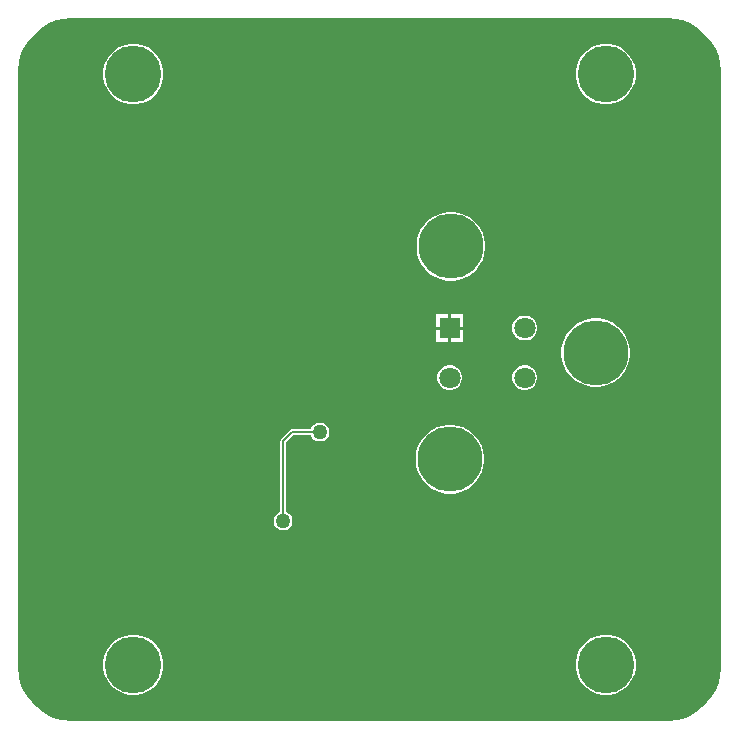
<source format=gbl>
G04*
G04 #@! TF.GenerationSoftware,Altium Limited,Altium Designer,24.2.2 (26)*
G04*
G04 Layer_Physical_Order=2*
G04 Layer_Color=16711680*
%FSLAX25Y25*%
%MOIN*%
G70*
G04*
G04 #@! TF.SameCoordinates,FC8948EB-AED8-47B0-A6AC-AC1B72ED221E*
G04*
G04*
G04 #@! TF.FilePolarity,Positive*
G04*
G01*
G75*
%ADD46C,0.00600*%
%ADD56C,0.21654*%
%ADD57C,0.07087*%
%ADD58R,0.07087X0.07087*%
%ADD59C,0.18898*%
%ADD60C,0.05000*%
G36*
X220227Y235095D02*
X222618Y234454D01*
X224905Y233507D01*
X227048Y232269D01*
X229012Y230762D01*
X230762Y229012D01*
X232269Y227048D01*
X233507Y224905D01*
X234454Y222618D01*
X235095Y220227D01*
X235418Y217773D01*
Y216535D01*
Y19685D01*
Y18447D01*
X235095Y15993D01*
X234454Y13602D01*
X233507Y11316D01*
X232269Y9172D01*
X230762Y7208D01*
X229012Y5458D01*
X227048Y3951D01*
X224905Y2714D01*
X222618Y1767D01*
X220227Y1126D01*
X217773Y803D01*
X18447D01*
X15993Y1126D01*
X13602Y1767D01*
X11316Y2714D01*
X9172Y3951D01*
X7208Y5458D01*
X5458Y7208D01*
X3951Y9172D01*
X2714Y11316D01*
X1767Y13602D01*
X1126Y15993D01*
X803Y18447D01*
Y19685D01*
Y216535D01*
Y217773D01*
X1126Y220227D01*
X1767Y222618D01*
X2714Y224905D01*
X3951Y227048D01*
X5458Y229012D01*
X7208Y230762D01*
X9172Y232269D01*
X11316Y233507D01*
X13602Y234454D01*
X15993Y235095D01*
X18447Y235418D01*
X217773D01*
X220227Y235095D01*
D02*
G37*
%LPC*%
G36*
X197840Y226584D02*
X195861D01*
X193919Y226198D01*
X192090Y225441D01*
X190445Y224341D01*
X189045Y222941D01*
X187945Y221295D01*
X187188Y219467D01*
X186802Y217525D01*
Y215546D01*
X187188Y213604D01*
X187945Y211775D01*
X189045Y210130D01*
X190445Y208730D01*
X192090Y207630D01*
X193919Y206873D01*
X195861Y206487D01*
X197840D01*
X199782Y206873D01*
X201610Y207630D01*
X203256Y208730D01*
X204656Y210130D01*
X205755Y211775D01*
X206513Y213604D01*
X206899Y215546D01*
Y217525D01*
X206513Y219467D01*
X205755Y221295D01*
X204656Y222941D01*
X203256Y224341D01*
X201610Y225441D01*
X199782Y226198D01*
X197840Y226584D01*
D02*
G37*
G36*
X40360D02*
X38380D01*
X36439Y226198D01*
X34610Y225441D01*
X32964Y224341D01*
X31565Y222941D01*
X30465Y221295D01*
X29707Y219467D01*
X29321Y217525D01*
Y215546D01*
X29707Y213604D01*
X30465Y211775D01*
X31565Y210130D01*
X32964Y208730D01*
X34610Y207630D01*
X36439Y206873D01*
X38380Y206487D01*
X40360D01*
X42301Y206873D01*
X44130Y207630D01*
X45776Y208730D01*
X47175Y210130D01*
X48275Y211775D01*
X49033Y213604D01*
X49419Y215546D01*
Y217525D01*
X49033Y219467D01*
X48275Y221295D01*
X47175Y222941D01*
X45776Y224341D01*
X44130Y225441D01*
X42301Y226198D01*
X40360Y226584D01*
D02*
G37*
G36*
X146096Y170561D02*
X144298D01*
X142521Y170279D01*
X140811Y169723D01*
X139208Y168907D01*
X137753Y167850D01*
X136481Y166578D01*
X135424Y165123D01*
X134607Y163520D01*
X134051Y161810D01*
X133770Y160033D01*
Y158235D01*
X134051Y156458D01*
X134607Y154747D01*
X135424Y153145D01*
X136481Y151690D01*
X137753Y150418D01*
X139208Y149361D01*
X140811Y148544D01*
X142521Y147988D01*
X144298Y147707D01*
X146096D01*
X147873Y147988D01*
X149583Y148544D01*
X151186Y149361D01*
X152641Y150418D01*
X153913Y151690D01*
X154970Y153145D01*
X155786Y154747D01*
X156342Y156458D01*
X156624Y158235D01*
Y160033D01*
X156342Y161810D01*
X155786Y163520D01*
X154970Y165123D01*
X153913Y166578D01*
X152641Y167850D01*
X151186Y168907D01*
X149583Y169723D01*
X147873Y170279D01*
X146096Y170561D01*
D02*
G37*
G36*
X149425Y136472D02*
X145382D01*
Y132429D01*
X149425D01*
Y136472D01*
D02*
G37*
G36*
X144382D02*
X140339D01*
Y132429D01*
X144382D01*
Y136472D01*
D02*
G37*
G36*
X170427Y136072D02*
X169336D01*
X168283Y135790D01*
X167338Y135245D01*
X166566Y134473D01*
X166021Y133528D01*
X165739Y132475D01*
Y131384D01*
X166021Y130330D01*
X166566Y129385D01*
X167338Y128614D01*
X168283Y128068D01*
X169336Y127786D01*
X170427D01*
X171481Y128068D01*
X172426Y128614D01*
X173197Y129385D01*
X173743Y130330D01*
X174025Y131384D01*
Y132475D01*
X173743Y133528D01*
X173197Y134473D01*
X172426Y135245D01*
X171481Y135790D01*
X170427Y136072D01*
D02*
G37*
G36*
X149425Y131429D02*
X145382D01*
Y127386D01*
X149425D01*
Y131429D01*
D02*
G37*
G36*
X144382D02*
X140339D01*
Y127386D01*
X144382D01*
Y131429D01*
D02*
G37*
G36*
X194403Y135128D02*
X192605D01*
X190828Y134846D01*
X189118Y134290D01*
X187515Y133474D01*
X186060Y132417D01*
X184788Y131145D01*
X183731Y129690D01*
X182914Y128087D01*
X182359Y126377D01*
X182077Y124600D01*
Y122801D01*
X182359Y121025D01*
X182914Y119314D01*
X183731Y117712D01*
X184788Y116257D01*
X186060Y114985D01*
X187515Y113928D01*
X189118Y113111D01*
X190828Y112555D01*
X192605Y112274D01*
X194403D01*
X196180Y112555D01*
X197890Y113111D01*
X199493Y113928D01*
X200948Y114985D01*
X202220Y116257D01*
X203277Y117712D01*
X204094Y119314D01*
X204649Y121025D01*
X204931Y122801D01*
Y124600D01*
X204649Y126377D01*
X204094Y128087D01*
X203277Y129690D01*
X202220Y131145D01*
X200948Y132417D01*
X199493Y133474D01*
X197890Y134290D01*
X196180Y134846D01*
X194403Y135128D01*
D02*
G37*
G36*
X170427Y119537D02*
X169336D01*
X168283Y119255D01*
X167338Y118709D01*
X166566Y117938D01*
X166021Y116993D01*
X165739Y115939D01*
Y114848D01*
X166021Y113795D01*
X166566Y112850D01*
X167338Y112078D01*
X168283Y111533D01*
X169336Y111250D01*
X170427D01*
X171481Y111533D01*
X172426Y112078D01*
X173197Y112850D01*
X173743Y113795D01*
X174025Y114848D01*
Y115939D01*
X173743Y116993D01*
X173197Y117938D01*
X172426Y118709D01*
X171481Y119255D01*
X170427Y119537D01*
D02*
G37*
G36*
X145427D02*
X144336D01*
X143283Y119255D01*
X142338Y118709D01*
X141566Y117938D01*
X141021Y116993D01*
X140739Y115939D01*
Y114848D01*
X141021Y113795D01*
X141566Y112850D01*
X142338Y112078D01*
X143283Y111533D01*
X144336Y111250D01*
X145427D01*
X146481Y111533D01*
X147426Y112078D01*
X148197Y112850D01*
X148743Y113795D01*
X149025Y114848D01*
Y115939D01*
X148743Y116993D01*
X148197Y117938D01*
X147426Y118709D01*
X146481Y119255D01*
X145427Y119537D01*
D02*
G37*
G36*
X101983Y100343D02*
X101167D01*
X100379Y100131D01*
X99672Y99724D01*
X99095Y99147D01*
X98687Y98440D01*
X98613Y98162D01*
X92205D01*
X91912Y98103D01*
X91854Y98092D01*
X91556Y97893D01*
X88661Y94998D01*
X88463Y94700D01*
X88393Y94349D01*
Y70552D01*
X88114Y70477D01*
X87408Y70069D01*
X86831Y69492D01*
X86423Y68786D01*
X86212Y67998D01*
Y67182D01*
X86423Y66394D01*
X86831Y65687D01*
X87408Y65110D01*
X88114Y64703D01*
X88902Y64491D01*
X89718D01*
X90506Y64703D01*
X91213Y65110D01*
X91790Y65687D01*
X92198Y66394D01*
X92409Y67182D01*
Y67998D01*
X92198Y68786D01*
X91790Y69492D01*
X91213Y70069D01*
X90506Y70477D01*
X90228Y70552D01*
Y93969D01*
X92585Y96327D01*
X98613D01*
X98687Y96048D01*
X99095Y95342D01*
X99672Y94765D01*
X100379Y94357D01*
X101167Y94146D01*
X101983D01*
X102771Y94357D01*
X103477Y94765D01*
X104054Y95342D01*
X104462Y96048D01*
X104673Y96836D01*
Y97652D01*
X104462Y98440D01*
X104054Y99147D01*
X103477Y99724D01*
X102771Y100131D01*
X101983Y100343D01*
D02*
G37*
G36*
X145781Y99616D02*
X143983D01*
X142206Y99334D01*
X140496Y98779D01*
X138893Y97962D01*
X137438Y96905D01*
X136166Y95633D01*
X135109Y94178D01*
X134292Y92575D01*
X133737Y90865D01*
X133455Y89088D01*
Y87290D01*
X133737Y85513D01*
X134292Y83803D01*
X135109Y82200D01*
X136166Y80745D01*
X137438Y79473D01*
X138893Y78416D01*
X140496Y77599D01*
X142206Y77044D01*
X143983Y76762D01*
X145781D01*
X147558Y77044D01*
X149268Y77599D01*
X150871Y78416D01*
X152326Y79473D01*
X153598Y80745D01*
X154655Y82200D01*
X155472Y83803D01*
X156027Y85513D01*
X156309Y87290D01*
Y89088D01*
X156027Y90865D01*
X155472Y92575D01*
X154655Y94178D01*
X153598Y95633D01*
X152326Y96905D01*
X150871Y97962D01*
X149268Y98779D01*
X147558Y99334D01*
X145781Y99616D01*
D02*
G37*
G36*
X197840Y29734D02*
X195861D01*
X193919Y29348D01*
X192090Y28590D01*
X190445Y27490D01*
X189045Y26091D01*
X187945Y24445D01*
X187188Y22616D01*
X186802Y20675D01*
Y18695D01*
X187188Y16754D01*
X187945Y14925D01*
X189045Y13279D01*
X190445Y11880D01*
X192090Y10780D01*
X193919Y10022D01*
X195861Y9636D01*
X197840D01*
X199782Y10022D01*
X201610Y10780D01*
X203256Y11880D01*
X204656Y13279D01*
X205755Y14925D01*
X206513Y16754D01*
X206899Y18695D01*
Y20675D01*
X206513Y22616D01*
X205755Y24445D01*
X204656Y26091D01*
X203256Y27490D01*
X201610Y28590D01*
X199782Y29348D01*
X197840Y29734D01*
D02*
G37*
G36*
X40360D02*
X38380D01*
X36439Y29348D01*
X34610Y28590D01*
X32964Y27490D01*
X31565Y26091D01*
X30465Y24445D01*
X29707Y22616D01*
X29321Y20675D01*
Y18695D01*
X29707Y16754D01*
X30465Y14925D01*
X31565Y13279D01*
X32964Y11880D01*
X34610Y10780D01*
X36439Y10022D01*
X38380Y9636D01*
X40360D01*
X42301Y10022D01*
X44130Y10780D01*
X45776Y11880D01*
X47175Y13279D01*
X48275Y14925D01*
X49033Y16754D01*
X49419Y18695D01*
Y20675D01*
X49033Y22616D01*
X48275Y24445D01*
X47175Y26091D01*
X45776Y27490D01*
X44130Y28590D01*
X42301Y29348D01*
X40360Y29734D01*
D02*
G37*
%LPD*%
D46*
X89310Y94349D02*
X92205Y97244D01*
X101575D01*
X89310Y67590D02*
Y94349D01*
D56*
X145197Y159134D02*
D03*
X144882Y88189D02*
D03*
X193504Y123701D02*
D03*
D57*
X144882Y115394D02*
D03*
X169882D02*
D03*
Y131929D02*
D03*
D58*
X144882D02*
D03*
D59*
X39370Y19685D02*
D03*
Y216535D02*
D03*
X196850D02*
D03*
Y19685D02*
D03*
D60*
X75122Y95472D02*
D03*
X14961Y105315D02*
D03*
X20472Y97441D02*
D03*
Y89567D02*
D03*
Y146653D02*
D03*
X61417Y187008D02*
D03*
X107480Y211811D02*
D03*
X138189Y217717D02*
D03*
X104739Y134843D02*
D03*
X101575Y97244D02*
D03*
X89310Y67590D02*
D03*
X59842Y72835D02*
D03*
X109055Y53543D02*
D03*
X83465Y70472D02*
D03*
X125591Y29528D02*
D03*
X120079Y100394D02*
D03*
X120122Y86505D02*
D03*
X4724Y47638D02*
D03*
X4724Y188583D02*
D03*
M02*

</source>
